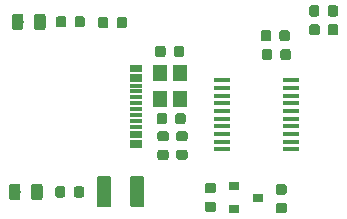
<source format=gbr>
G04 #@! TF.GenerationSoftware,KiCad,Pcbnew,(5.0.0)*
G04 #@! TF.CreationDate,2020-02-27T10:51:14+00:00*
G04 #@! TF.ProjectId,simpleJtag,73696D706C654A7461672E6B69636164,rev?*
G04 #@! TF.SameCoordinates,Original*
G04 #@! TF.FileFunction,Paste,Top*
G04 #@! TF.FilePolarity,Positive*
%FSLAX46Y46*%
G04 Gerber Fmt 4.6, Leading zero omitted, Abs format (unit mm)*
G04 Created by KiCad (PCBNEW (5.0.0)) date 02/27/20 10:51:14*
%MOMM*%
%LPD*%
G01*
G04 APERTURE LIST*
%ADD10R,1.050000X0.300000*%
%ADD11R,1.200000X1.400000*%
%ADD12C,0.100000*%
%ADD13C,1.250000*%
%ADD14R,1.450000X0.450000*%
%ADD15C,0.875000*%
%ADD16C,0.975000*%
%ADD17R,0.900000X0.800000*%
G04 APERTURE END LIST*
D10*
G04 #@! TO.C,P1*
X144750000Y-63995000D03*
X144750000Y-65620000D03*
X144750000Y-65320000D03*
X144750000Y-64820000D03*
X144750000Y-64520000D03*
X144750000Y-63520000D03*
X144750000Y-63020000D03*
X144750000Y-58920000D03*
X144750000Y-59220000D03*
X144750000Y-59720000D03*
X144750000Y-60520000D03*
X144750000Y-60020000D03*
X144750000Y-61020000D03*
X144750000Y-61520000D03*
X144750000Y-62020000D03*
X144750000Y-62520000D03*
G04 #@! TD*
D11*
G04 #@! TO.C,Y1*
X146769000Y-59425000D03*
X146769000Y-61625000D03*
X148469000Y-61625000D03*
X148469000Y-59425000D03*
G04 #@! TD*
D12*
G04 #@! TO.C,F1*
G36*
X145199504Y-68176204D02*
X145223773Y-68179804D01*
X145247571Y-68185765D01*
X145270671Y-68194030D01*
X145292849Y-68204520D01*
X145313893Y-68217133D01*
X145333598Y-68231747D01*
X145351777Y-68248223D01*
X145368253Y-68266402D01*
X145382867Y-68286107D01*
X145395480Y-68307151D01*
X145405970Y-68329329D01*
X145414235Y-68352429D01*
X145420196Y-68376227D01*
X145423796Y-68400496D01*
X145425000Y-68425000D01*
X145425000Y-70575000D01*
X145423796Y-70599504D01*
X145420196Y-70623773D01*
X145414235Y-70647571D01*
X145405970Y-70670671D01*
X145395480Y-70692849D01*
X145382867Y-70713893D01*
X145368253Y-70733598D01*
X145351777Y-70751777D01*
X145333598Y-70768253D01*
X145313893Y-70782867D01*
X145292849Y-70795480D01*
X145270671Y-70805970D01*
X145247571Y-70814235D01*
X145223773Y-70820196D01*
X145199504Y-70823796D01*
X145175000Y-70825000D01*
X144425000Y-70825000D01*
X144400496Y-70823796D01*
X144376227Y-70820196D01*
X144352429Y-70814235D01*
X144329329Y-70805970D01*
X144307151Y-70795480D01*
X144286107Y-70782867D01*
X144266402Y-70768253D01*
X144248223Y-70751777D01*
X144231747Y-70733598D01*
X144217133Y-70713893D01*
X144204520Y-70692849D01*
X144194030Y-70670671D01*
X144185765Y-70647571D01*
X144179804Y-70623773D01*
X144176204Y-70599504D01*
X144175000Y-70575000D01*
X144175000Y-68425000D01*
X144176204Y-68400496D01*
X144179804Y-68376227D01*
X144185765Y-68352429D01*
X144194030Y-68329329D01*
X144204520Y-68307151D01*
X144217133Y-68286107D01*
X144231747Y-68266402D01*
X144248223Y-68248223D01*
X144266402Y-68231747D01*
X144286107Y-68217133D01*
X144307151Y-68204520D01*
X144329329Y-68194030D01*
X144352429Y-68185765D01*
X144376227Y-68179804D01*
X144400496Y-68176204D01*
X144425000Y-68175000D01*
X145175000Y-68175000D01*
X145199504Y-68176204D01*
X145199504Y-68176204D01*
G37*
D13*
X144800000Y-69500000D03*
D12*
G36*
X142399504Y-68176204D02*
X142423773Y-68179804D01*
X142447571Y-68185765D01*
X142470671Y-68194030D01*
X142492849Y-68204520D01*
X142513893Y-68217133D01*
X142533598Y-68231747D01*
X142551777Y-68248223D01*
X142568253Y-68266402D01*
X142582867Y-68286107D01*
X142595480Y-68307151D01*
X142605970Y-68329329D01*
X142614235Y-68352429D01*
X142620196Y-68376227D01*
X142623796Y-68400496D01*
X142625000Y-68425000D01*
X142625000Y-70575000D01*
X142623796Y-70599504D01*
X142620196Y-70623773D01*
X142614235Y-70647571D01*
X142605970Y-70670671D01*
X142595480Y-70692849D01*
X142582867Y-70713893D01*
X142568253Y-70733598D01*
X142551777Y-70751777D01*
X142533598Y-70768253D01*
X142513893Y-70782867D01*
X142492849Y-70795480D01*
X142470671Y-70805970D01*
X142447571Y-70814235D01*
X142423773Y-70820196D01*
X142399504Y-70823796D01*
X142375000Y-70825000D01*
X141625000Y-70825000D01*
X141600496Y-70823796D01*
X141576227Y-70820196D01*
X141552429Y-70814235D01*
X141529329Y-70805970D01*
X141507151Y-70795480D01*
X141486107Y-70782867D01*
X141466402Y-70768253D01*
X141448223Y-70751777D01*
X141431747Y-70733598D01*
X141417133Y-70713893D01*
X141404520Y-70692849D01*
X141394030Y-70670671D01*
X141385765Y-70647571D01*
X141379804Y-70623773D01*
X141376204Y-70599504D01*
X141375000Y-70575000D01*
X141375000Y-68425000D01*
X141376204Y-68400496D01*
X141379804Y-68376227D01*
X141385765Y-68352429D01*
X141394030Y-68329329D01*
X141404520Y-68307151D01*
X141417133Y-68286107D01*
X141431747Y-68266402D01*
X141448223Y-68248223D01*
X141466402Y-68231747D01*
X141486107Y-68217133D01*
X141507151Y-68204520D01*
X141529329Y-68194030D01*
X141552429Y-68185765D01*
X141576227Y-68179804D01*
X141600496Y-68176204D01*
X141625000Y-68175000D01*
X142375000Y-68175000D01*
X142399504Y-68176204D01*
X142399504Y-68176204D01*
G37*
D13*
X142000000Y-69500000D03*
G04 #@! TD*
D14*
G04 #@! TO.C,U2*
X151969000Y-65925000D03*
X151969000Y-65275000D03*
X151969000Y-64625000D03*
X151969000Y-63975000D03*
X151969000Y-63325000D03*
X151969000Y-62675000D03*
X151969000Y-62025000D03*
X151969000Y-61375000D03*
X151969000Y-60725000D03*
X151969000Y-60075000D03*
X157869000Y-60075000D03*
X157869000Y-60725000D03*
X157869000Y-61375000D03*
X157869000Y-62025000D03*
X157869000Y-62675000D03*
X157869000Y-63325000D03*
X157869000Y-63975000D03*
X157869000Y-64625000D03*
X157869000Y-65275000D03*
X157869000Y-65925000D03*
G04 #@! TD*
D12*
G04 #@! TO.C,C1*
G36*
X157277691Y-70451053D02*
X157298926Y-70454203D01*
X157319750Y-70459419D01*
X157339962Y-70466651D01*
X157359368Y-70475830D01*
X157377781Y-70486866D01*
X157395024Y-70499654D01*
X157410930Y-70514070D01*
X157425346Y-70529976D01*
X157438134Y-70547219D01*
X157449170Y-70565632D01*
X157458349Y-70585038D01*
X157465581Y-70605250D01*
X157470797Y-70626074D01*
X157473947Y-70647309D01*
X157475000Y-70668750D01*
X157475000Y-71106250D01*
X157473947Y-71127691D01*
X157470797Y-71148926D01*
X157465581Y-71169750D01*
X157458349Y-71189962D01*
X157449170Y-71209368D01*
X157438134Y-71227781D01*
X157425346Y-71245024D01*
X157410930Y-71260930D01*
X157395024Y-71275346D01*
X157377781Y-71288134D01*
X157359368Y-71299170D01*
X157339962Y-71308349D01*
X157319750Y-71315581D01*
X157298926Y-71320797D01*
X157277691Y-71323947D01*
X157256250Y-71325000D01*
X156743750Y-71325000D01*
X156722309Y-71323947D01*
X156701074Y-71320797D01*
X156680250Y-71315581D01*
X156660038Y-71308349D01*
X156640632Y-71299170D01*
X156622219Y-71288134D01*
X156604976Y-71275346D01*
X156589070Y-71260930D01*
X156574654Y-71245024D01*
X156561866Y-71227781D01*
X156550830Y-71209368D01*
X156541651Y-71189962D01*
X156534419Y-71169750D01*
X156529203Y-71148926D01*
X156526053Y-71127691D01*
X156525000Y-71106250D01*
X156525000Y-70668750D01*
X156526053Y-70647309D01*
X156529203Y-70626074D01*
X156534419Y-70605250D01*
X156541651Y-70585038D01*
X156550830Y-70565632D01*
X156561866Y-70547219D01*
X156574654Y-70529976D01*
X156589070Y-70514070D01*
X156604976Y-70499654D01*
X156622219Y-70486866D01*
X156640632Y-70475830D01*
X156660038Y-70466651D01*
X156680250Y-70459419D01*
X156701074Y-70454203D01*
X156722309Y-70451053D01*
X156743750Y-70450000D01*
X157256250Y-70450000D01*
X157277691Y-70451053D01*
X157277691Y-70451053D01*
G37*
D15*
X157000000Y-70887500D03*
D12*
G36*
X157277691Y-68876053D02*
X157298926Y-68879203D01*
X157319750Y-68884419D01*
X157339962Y-68891651D01*
X157359368Y-68900830D01*
X157377781Y-68911866D01*
X157395024Y-68924654D01*
X157410930Y-68939070D01*
X157425346Y-68954976D01*
X157438134Y-68972219D01*
X157449170Y-68990632D01*
X157458349Y-69010038D01*
X157465581Y-69030250D01*
X157470797Y-69051074D01*
X157473947Y-69072309D01*
X157475000Y-69093750D01*
X157475000Y-69531250D01*
X157473947Y-69552691D01*
X157470797Y-69573926D01*
X157465581Y-69594750D01*
X157458349Y-69614962D01*
X157449170Y-69634368D01*
X157438134Y-69652781D01*
X157425346Y-69670024D01*
X157410930Y-69685930D01*
X157395024Y-69700346D01*
X157377781Y-69713134D01*
X157359368Y-69724170D01*
X157339962Y-69733349D01*
X157319750Y-69740581D01*
X157298926Y-69745797D01*
X157277691Y-69748947D01*
X157256250Y-69750000D01*
X156743750Y-69750000D01*
X156722309Y-69748947D01*
X156701074Y-69745797D01*
X156680250Y-69740581D01*
X156660038Y-69733349D01*
X156640632Y-69724170D01*
X156622219Y-69713134D01*
X156604976Y-69700346D01*
X156589070Y-69685930D01*
X156574654Y-69670024D01*
X156561866Y-69652781D01*
X156550830Y-69634368D01*
X156541651Y-69614962D01*
X156534419Y-69594750D01*
X156529203Y-69573926D01*
X156526053Y-69552691D01*
X156525000Y-69531250D01*
X156525000Y-69093750D01*
X156526053Y-69072309D01*
X156529203Y-69051074D01*
X156534419Y-69030250D01*
X156541651Y-69010038D01*
X156550830Y-68990632D01*
X156561866Y-68972219D01*
X156574654Y-68954976D01*
X156589070Y-68939070D01*
X156604976Y-68924654D01*
X156622219Y-68911866D01*
X156640632Y-68900830D01*
X156660038Y-68891651D01*
X156680250Y-68884419D01*
X156701074Y-68879203D01*
X156722309Y-68876053D01*
X156743750Y-68875000D01*
X157256250Y-68875000D01*
X157277691Y-68876053D01*
X157277691Y-68876053D01*
G37*
D15*
X157000000Y-69312500D03*
G04 #@! TD*
D12*
G04 #@! TO.C,C2*
G36*
X151277691Y-68776053D02*
X151298926Y-68779203D01*
X151319750Y-68784419D01*
X151339962Y-68791651D01*
X151359368Y-68800830D01*
X151377781Y-68811866D01*
X151395024Y-68824654D01*
X151410930Y-68839070D01*
X151425346Y-68854976D01*
X151438134Y-68872219D01*
X151449170Y-68890632D01*
X151458349Y-68910038D01*
X151465581Y-68930250D01*
X151470797Y-68951074D01*
X151473947Y-68972309D01*
X151475000Y-68993750D01*
X151475000Y-69431250D01*
X151473947Y-69452691D01*
X151470797Y-69473926D01*
X151465581Y-69494750D01*
X151458349Y-69514962D01*
X151449170Y-69534368D01*
X151438134Y-69552781D01*
X151425346Y-69570024D01*
X151410930Y-69585930D01*
X151395024Y-69600346D01*
X151377781Y-69613134D01*
X151359368Y-69624170D01*
X151339962Y-69633349D01*
X151319750Y-69640581D01*
X151298926Y-69645797D01*
X151277691Y-69648947D01*
X151256250Y-69650000D01*
X150743750Y-69650000D01*
X150722309Y-69648947D01*
X150701074Y-69645797D01*
X150680250Y-69640581D01*
X150660038Y-69633349D01*
X150640632Y-69624170D01*
X150622219Y-69613134D01*
X150604976Y-69600346D01*
X150589070Y-69585930D01*
X150574654Y-69570024D01*
X150561866Y-69552781D01*
X150550830Y-69534368D01*
X150541651Y-69514962D01*
X150534419Y-69494750D01*
X150529203Y-69473926D01*
X150526053Y-69452691D01*
X150525000Y-69431250D01*
X150525000Y-68993750D01*
X150526053Y-68972309D01*
X150529203Y-68951074D01*
X150534419Y-68930250D01*
X150541651Y-68910038D01*
X150550830Y-68890632D01*
X150561866Y-68872219D01*
X150574654Y-68854976D01*
X150589070Y-68839070D01*
X150604976Y-68824654D01*
X150622219Y-68811866D01*
X150640632Y-68800830D01*
X150660038Y-68791651D01*
X150680250Y-68784419D01*
X150701074Y-68779203D01*
X150722309Y-68776053D01*
X150743750Y-68775000D01*
X151256250Y-68775000D01*
X151277691Y-68776053D01*
X151277691Y-68776053D01*
G37*
D15*
X151000000Y-69212500D03*
D12*
G36*
X151277691Y-70351053D02*
X151298926Y-70354203D01*
X151319750Y-70359419D01*
X151339962Y-70366651D01*
X151359368Y-70375830D01*
X151377781Y-70386866D01*
X151395024Y-70399654D01*
X151410930Y-70414070D01*
X151425346Y-70429976D01*
X151438134Y-70447219D01*
X151449170Y-70465632D01*
X151458349Y-70485038D01*
X151465581Y-70505250D01*
X151470797Y-70526074D01*
X151473947Y-70547309D01*
X151475000Y-70568750D01*
X151475000Y-71006250D01*
X151473947Y-71027691D01*
X151470797Y-71048926D01*
X151465581Y-71069750D01*
X151458349Y-71089962D01*
X151449170Y-71109368D01*
X151438134Y-71127781D01*
X151425346Y-71145024D01*
X151410930Y-71160930D01*
X151395024Y-71175346D01*
X151377781Y-71188134D01*
X151359368Y-71199170D01*
X151339962Y-71208349D01*
X151319750Y-71215581D01*
X151298926Y-71220797D01*
X151277691Y-71223947D01*
X151256250Y-71225000D01*
X150743750Y-71225000D01*
X150722309Y-71223947D01*
X150701074Y-71220797D01*
X150680250Y-71215581D01*
X150660038Y-71208349D01*
X150640632Y-71199170D01*
X150622219Y-71188134D01*
X150604976Y-71175346D01*
X150589070Y-71160930D01*
X150574654Y-71145024D01*
X150561866Y-71127781D01*
X150550830Y-71109368D01*
X150541651Y-71089962D01*
X150534419Y-71069750D01*
X150529203Y-71048926D01*
X150526053Y-71027691D01*
X150525000Y-71006250D01*
X150525000Y-70568750D01*
X150526053Y-70547309D01*
X150529203Y-70526074D01*
X150534419Y-70505250D01*
X150541651Y-70485038D01*
X150550830Y-70465632D01*
X150561866Y-70447219D01*
X150574654Y-70429976D01*
X150589070Y-70414070D01*
X150604976Y-70399654D01*
X150622219Y-70386866D01*
X150640632Y-70375830D01*
X150660038Y-70366651D01*
X150680250Y-70359419D01*
X150701074Y-70354203D01*
X150722309Y-70351053D01*
X150743750Y-70350000D01*
X151256250Y-70350000D01*
X151277691Y-70351053D01*
X151277691Y-70351053D01*
G37*
D15*
X151000000Y-70787500D03*
G04 #@! TD*
D12*
G04 #@! TO.C,C3*
G36*
X147277691Y-65951053D02*
X147298926Y-65954203D01*
X147319750Y-65959419D01*
X147339962Y-65966651D01*
X147359368Y-65975830D01*
X147377781Y-65986866D01*
X147395024Y-65999654D01*
X147410930Y-66014070D01*
X147425346Y-66029976D01*
X147438134Y-66047219D01*
X147449170Y-66065632D01*
X147458349Y-66085038D01*
X147465581Y-66105250D01*
X147470797Y-66126074D01*
X147473947Y-66147309D01*
X147475000Y-66168750D01*
X147475000Y-66606250D01*
X147473947Y-66627691D01*
X147470797Y-66648926D01*
X147465581Y-66669750D01*
X147458349Y-66689962D01*
X147449170Y-66709368D01*
X147438134Y-66727781D01*
X147425346Y-66745024D01*
X147410930Y-66760930D01*
X147395024Y-66775346D01*
X147377781Y-66788134D01*
X147359368Y-66799170D01*
X147339962Y-66808349D01*
X147319750Y-66815581D01*
X147298926Y-66820797D01*
X147277691Y-66823947D01*
X147256250Y-66825000D01*
X146743750Y-66825000D01*
X146722309Y-66823947D01*
X146701074Y-66820797D01*
X146680250Y-66815581D01*
X146660038Y-66808349D01*
X146640632Y-66799170D01*
X146622219Y-66788134D01*
X146604976Y-66775346D01*
X146589070Y-66760930D01*
X146574654Y-66745024D01*
X146561866Y-66727781D01*
X146550830Y-66709368D01*
X146541651Y-66689962D01*
X146534419Y-66669750D01*
X146529203Y-66648926D01*
X146526053Y-66627691D01*
X146525000Y-66606250D01*
X146525000Y-66168750D01*
X146526053Y-66147309D01*
X146529203Y-66126074D01*
X146534419Y-66105250D01*
X146541651Y-66085038D01*
X146550830Y-66065632D01*
X146561866Y-66047219D01*
X146574654Y-66029976D01*
X146589070Y-66014070D01*
X146604976Y-65999654D01*
X146622219Y-65986866D01*
X146640632Y-65975830D01*
X146660038Y-65966651D01*
X146680250Y-65959419D01*
X146701074Y-65954203D01*
X146722309Y-65951053D01*
X146743750Y-65950000D01*
X147256250Y-65950000D01*
X147277691Y-65951053D01*
X147277691Y-65951053D01*
G37*
D15*
X147000000Y-66387500D03*
D12*
G36*
X147277691Y-64376053D02*
X147298926Y-64379203D01*
X147319750Y-64384419D01*
X147339962Y-64391651D01*
X147359368Y-64400830D01*
X147377781Y-64411866D01*
X147395024Y-64424654D01*
X147410930Y-64439070D01*
X147425346Y-64454976D01*
X147438134Y-64472219D01*
X147449170Y-64490632D01*
X147458349Y-64510038D01*
X147465581Y-64530250D01*
X147470797Y-64551074D01*
X147473947Y-64572309D01*
X147475000Y-64593750D01*
X147475000Y-65031250D01*
X147473947Y-65052691D01*
X147470797Y-65073926D01*
X147465581Y-65094750D01*
X147458349Y-65114962D01*
X147449170Y-65134368D01*
X147438134Y-65152781D01*
X147425346Y-65170024D01*
X147410930Y-65185930D01*
X147395024Y-65200346D01*
X147377781Y-65213134D01*
X147359368Y-65224170D01*
X147339962Y-65233349D01*
X147319750Y-65240581D01*
X147298926Y-65245797D01*
X147277691Y-65248947D01*
X147256250Y-65250000D01*
X146743750Y-65250000D01*
X146722309Y-65248947D01*
X146701074Y-65245797D01*
X146680250Y-65240581D01*
X146660038Y-65233349D01*
X146640632Y-65224170D01*
X146622219Y-65213134D01*
X146604976Y-65200346D01*
X146589070Y-65185930D01*
X146574654Y-65170024D01*
X146561866Y-65152781D01*
X146550830Y-65134368D01*
X146541651Y-65114962D01*
X146534419Y-65094750D01*
X146529203Y-65073926D01*
X146526053Y-65052691D01*
X146525000Y-65031250D01*
X146525000Y-64593750D01*
X146526053Y-64572309D01*
X146529203Y-64551074D01*
X146534419Y-64530250D01*
X146541651Y-64510038D01*
X146550830Y-64490632D01*
X146561866Y-64472219D01*
X146574654Y-64454976D01*
X146589070Y-64439070D01*
X146604976Y-64424654D01*
X146622219Y-64411866D01*
X146640632Y-64400830D01*
X146660038Y-64391651D01*
X146680250Y-64384419D01*
X146701074Y-64379203D01*
X146722309Y-64376053D01*
X146743750Y-64375000D01*
X147256250Y-64375000D01*
X147277691Y-64376053D01*
X147277691Y-64376053D01*
G37*
D15*
X147000000Y-64812500D03*
G04 #@! TD*
D12*
G04 #@! TO.C,C4*
G36*
X148877691Y-64363553D02*
X148898926Y-64366703D01*
X148919750Y-64371919D01*
X148939962Y-64379151D01*
X148959368Y-64388330D01*
X148977781Y-64399366D01*
X148995024Y-64412154D01*
X149010930Y-64426570D01*
X149025346Y-64442476D01*
X149038134Y-64459719D01*
X149049170Y-64478132D01*
X149058349Y-64497538D01*
X149065581Y-64517750D01*
X149070797Y-64538574D01*
X149073947Y-64559809D01*
X149075000Y-64581250D01*
X149075000Y-65018750D01*
X149073947Y-65040191D01*
X149070797Y-65061426D01*
X149065581Y-65082250D01*
X149058349Y-65102462D01*
X149049170Y-65121868D01*
X149038134Y-65140281D01*
X149025346Y-65157524D01*
X149010930Y-65173430D01*
X148995024Y-65187846D01*
X148977781Y-65200634D01*
X148959368Y-65211670D01*
X148939962Y-65220849D01*
X148919750Y-65228081D01*
X148898926Y-65233297D01*
X148877691Y-65236447D01*
X148856250Y-65237500D01*
X148343750Y-65237500D01*
X148322309Y-65236447D01*
X148301074Y-65233297D01*
X148280250Y-65228081D01*
X148260038Y-65220849D01*
X148240632Y-65211670D01*
X148222219Y-65200634D01*
X148204976Y-65187846D01*
X148189070Y-65173430D01*
X148174654Y-65157524D01*
X148161866Y-65140281D01*
X148150830Y-65121868D01*
X148141651Y-65102462D01*
X148134419Y-65082250D01*
X148129203Y-65061426D01*
X148126053Y-65040191D01*
X148125000Y-65018750D01*
X148125000Y-64581250D01*
X148126053Y-64559809D01*
X148129203Y-64538574D01*
X148134419Y-64517750D01*
X148141651Y-64497538D01*
X148150830Y-64478132D01*
X148161866Y-64459719D01*
X148174654Y-64442476D01*
X148189070Y-64426570D01*
X148204976Y-64412154D01*
X148222219Y-64399366D01*
X148240632Y-64388330D01*
X148260038Y-64379151D01*
X148280250Y-64371919D01*
X148301074Y-64366703D01*
X148322309Y-64363553D01*
X148343750Y-64362500D01*
X148856250Y-64362500D01*
X148877691Y-64363553D01*
X148877691Y-64363553D01*
G37*
D15*
X148600000Y-64800000D03*
D12*
G36*
X148877691Y-65938553D02*
X148898926Y-65941703D01*
X148919750Y-65946919D01*
X148939962Y-65954151D01*
X148959368Y-65963330D01*
X148977781Y-65974366D01*
X148995024Y-65987154D01*
X149010930Y-66001570D01*
X149025346Y-66017476D01*
X149038134Y-66034719D01*
X149049170Y-66053132D01*
X149058349Y-66072538D01*
X149065581Y-66092750D01*
X149070797Y-66113574D01*
X149073947Y-66134809D01*
X149075000Y-66156250D01*
X149075000Y-66593750D01*
X149073947Y-66615191D01*
X149070797Y-66636426D01*
X149065581Y-66657250D01*
X149058349Y-66677462D01*
X149049170Y-66696868D01*
X149038134Y-66715281D01*
X149025346Y-66732524D01*
X149010930Y-66748430D01*
X148995024Y-66762846D01*
X148977781Y-66775634D01*
X148959368Y-66786670D01*
X148939962Y-66795849D01*
X148919750Y-66803081D01*
X148898926Y-66808297D01*
X148877691Y-66811447D01*
X148856250Y-66812500D01*
X148343750Y-66812500D01*
X148322309Y-66811447D01*
X148301074Y-66808297D01*
X148280250Y-66803081D01*
X148260038Y-66795849D01*
X148240632Y-66786670D01*
X148222219Y-66775634D01*
X148204976Y-66762846D01*
X148189070Y-66748430D01*
X148174654Y-66732524D01*
X148161866Y-66715281D01*
X148150830Y-66696868D01*
X148141651Y-66677462D01*
X148134419Y-66657250D01*
X148129203Y-66636426D01*
X148126053Y-66615191D01*
X148125000Y-66593750D01*
X148125000Y-66156250D01*
X148126053Y-66134809D01*
X148129203Y-66113574D01*
X148134419Y-66092750D01*
X148141651Y-66072538D01*
X148150830Y-66053132D01*
X148161866Y-66034719D01*
X148174654Y-66017476D01*
X148189070Y-66001570D01*
X148204976Y-65987154D01*
X148222219Y-65974366D01*
X148240632Y-65963330D01*
X148260038Y-65954151D01*
X148280250Y-65946919D01*
X148301074Y-65941703D01*
X148322309Y-65938553D01*
X148343750Y-65937500D01*
X148856250Y-65937500D01*
X148877691Y-65938553D01*
X148877691Y-65938553D01*
G37*
D15*
X148600000Y-66375000D03*
G04 #@! TD*
D12*
G04 #@! TO.C,C5*
G36*
X161615191Y-53726053D02*
X161636426Y-53729203D01*
X161657250Y-53734419D01*
X161677462Y-53741651D01*
X161696868Y-53750830D01*
X161715281Y-53761866D01*
X161732524Y-53774654D01*
X161748430Y-53789070D01*
X161762846Y-53804976D01*
X161775634Y-53822219D01*
X161786670Y-53840632D01*
X161795849Y-53860038D01*
X161803081Y-53880250D01*
X161808297Y-53901074D01*
X161811447Y-53922309D01*
X161812500Y-53943750D01*
X161812500Y-54456250D01*
X161811447Y-54477691D01*
X161808297Y-54498926D01*
X161803081Y-54519750D01*
X161795849Y-54539962D01*
X161786670Y-54559368D01*
X161775634Y-54577781D01*
X161762846Y-54595024D01*
X161748430Y-54610930D01*
X161732524Y-54625346D01*
X161715281Y-54638134D01*
X161696868Y-54649170D01*
X161677462Y-54658349D01*
X161657250Y-54665581D01*
X161636426Y-54670797D01*
X161615191Y-54673947D01*
X161593750Y-54675000D01*
X161156250Y-54675000D01*
X161134809Y-54673947D01*
X161113574Y-54670797D01*
X161092750Y-54665581D01*
X161072538Y-54658349D01*
X161053132Y-54649170D01*
X161034719Y-54638134D01*
X161017476Y-54625346D01*
X161001570Y-54610930D01*
X160987154Y-54595024D01*
X160974366Y-54577781D01*
X160963330Y-54559368D01*
X160954151Y-54539962D01*
X160946919Y-54519750D01*
X160941703Y-54498926D01*
X160938553Y-54477691D01*
X160937500Y-54456250D01*
X160937500Y-53943750D01*
X160938553Y-53922309D01*
X160941703Y-53901074D01*
X160946919Y-53880250D01*
X160954151Y-53860038D01*
X160963330Y-53840632D01*
X160974366Y-53822219D01*
X160987154Y-53804976D01*
X161001570Y-53789070D01*
X161017476Y-53774654D01*
X161034719Y-53761866D01*
X161053132Y-53750830D01*
X161072538Y-53741651D01*
X161092750Y-53734419D01*
X161113574Y-53729203D01*
X161134809Y-53726053D01*
X161156250Y-53725000D01*
X161593750Y-53725000D01*
X161615191Y-53726053D01*
X161615191Y-53726053D01*
G37*
D15*
X161375000Y-54200000D03*
D12*
G36*
X160040191Y-53726053D02*
X160061426Y-53729203D01*
X160082250Y-53734419D01*
X160102462Y-53741651D01*
X160121868Y-53750830D01*
X160140281Y-53761866D01*
X160157524Y-53774654D01*
X160173430Y-53789070D01*
X160187846Y-53804976D01*
X160200634Y-53822219D01*
X160211670Y-53840632D01*
X160220849Y-53860038D01*
X160228081Y-53880250D01*
X160233297Y-53901074D01*
X160236447Y-53922309D01*
X160237500Y-53943750D01*
X160237500Y-54456250D01*
X160236447Y-54477691D01*
X160233297Y-54498926D01*
X160228081Y-54519750D01*
X160220849Y-54539962D01*
X160211670Y-54559368D01*
X160200634Y-54577781D01*
X160187846Y-54595024D01*
X160173430Y-54610930D01*
X160157524Y-54625346D01*
X160140281Y-54638134D01*
X160121868Y-54649170D01*
X160102462Y-54658349D01*
X160082250Y-54665581D01*
X160061426Y-54670797D01*
X160040191Y-54673947D01*
X160018750Y-54675000D01*
X159581250Y-54675000D01*
X159559809Y-54673947D01*
X159538574Y-54670797D01*
X159517750Y-54665581D01*
X159497538Y-54658349D01*
X159478132Y-54649170D01*
X159459719Y-54638134D01*
X159442476Y-54625346D01*
X159426570Y-54610930D01*
X159412154Y-54595024D01*
X159399366Y-54577781D01*
X159388330Y-54559368D01*
X159379151Y-54539962D01*
X159371919Y-54519750D01*
X159366703Y-54498926D01*
X159363553Y-54477691D01*
X159362500Y-54456250D01*
X159362500Y-53943750D01*
X159363553Y-53922309D01*
X159366703Y-53901074D01*
X159371919Y-53880250D01*
X159379151Y-53860038D01*
X159388330Y-53840632D01*
X159399366Y-53822219D01*
X159412154Y-53804976D01*
X159426570Y-53789070D01*
X159442476Y-53774654D01*
X159459719Y-53761866D01*
X159478132Y-53750830D01*
X159497538Y-53741651D01*
X159517750Y-53734419D01*
X159538574Y-53729203D01*
X159559809Y-53726053D01*
X159581250Y-53725000D01*
X160018750Y-53725000D01*
X160040191Y-53726053D01*
X160040191Y-53726053D01*
G37*
D15*
X159800000Y-54200000D03*
G04 #@! TD*
D12*
G04 #@! TO.C,C6*
G36*
X161627691Y-55326053D02*
X161648926Y-55329203D01*
X161669750Y-55334419D01*
X161689962Y-55341651D01*
X161709368Y-55350830D01*
X161727781Y-55361866D01*
X161745024Y-55374654D01*
X161760930Y-55389070D01*
X161775346Y-55404976D01*
X161788134Y-55422219D01*
X161799170Y-55440632D01*
X161808349Y-55460038D01*
X161815581Y-55480250D01*
X161820797Y-55501074D01*
X161823947Y-55522309D01*
X161825000Y-55543750D01*
X161825000Y-56056250D01*
X161823947Y-56077691D01*
X161820797Y-56098926D01*
X161815581Y-56119750D01*
X161808349Y-56139962D01*
X161799170Y-56159368D01*
X161788134Y-56177781D01*
X161775346Y-56195024D01*
X161760930Y-56210930D01*
X161745024Y-56225346D01*
X161727781Y-56238134D01*
X161709368Y-56249170D01*
X161689962Y-56258349D01*
X161669750Y-56265581D01*
X161648926Y-56270797D01*
X161627691Y-56273947D01*
X161606250Y-56275000D01*
X161168750Y-56275000D01*
X161147309Y-56273947D01*
X161126074Y-56270797D01*
X161105250Y-56265581D01*
X161085038Y-56258349D01*
X161065632Y-56249170D01*
X161047219Y-56238134D01*
X161029976Y-56225346D01*
X161014070Y-56210930D01*
X160999654Y-56195024D01*
X160986866Y-56177781D01*
X160975830Y-56159368D01*
X160966651Y-56139962D01*
X160959419Y-56119750D01*
X160954203Y-56098926D01*
X160951053Y-56077691D01*
X160950000Y-56056250D01*
X160950000Y-55543750D01*
X160951053Y-55522309D01*
X160954203Y-55501074D01*
X160959419Y-55480250D01*
X160966651Y-55460038D01*
X160975830Y-55440632D01*
X160986866Y-55422219D01*
X160999654Y-55404976D01*
X161014070Y-55389070D01*
X161029976Y-55374654D01*
X161047219Y-55361866D01*
X161065632Y-55350830D01*
X161085038Y-55341651D01*
X161105250Y-55334419D01*
X161126074Y-55329203D01*
X161147309Y-55326053D01*
X161168750Y-55325000D01*
X161606250Y-55325000D01*
X161627691Y-55326053D01*
X161627691Y-55326053D01*
G37*
D15*
X161387500Y-55800000D03*
D12*
G36*
X160052691Y-55326053D02*
X160073926Y-55329203D01*
X160094750Y-55334419D01*
X160114962Y-55341651D01*
X160134368Y-55350830D01*
X160152781Y-55361866D01*
X160170024Y-55374654D01*
X160185930Y-55389070D01*
X160200346Y-55404976D01*
X160213134Y-55422219D01*
X160224170Y-55440632D01*
X160233349Y-55460038D01*
X160240581Y-55480250D01*
X160245797Y-55501074D01*
X160248947Y-55522309D01*
X160250000Y-55543750D01*
X160250000Y-56056250D01*
X160248947Y-56077691D01*
X160245797Y-56098926D01*
X160240581Y-56119750D01*
X160233349Y-56139962D01*
X160224170Y-56159368D01*
X160213134Y-56177781D01*
X160200346Y-56195024D01*
X160185930Y-56210930D01*
X160170024Y-56225346D01*
X160152781Y-56238134D01*
X160134368Y-56249170D01*
X160114962Y-56258349D01*
X160094750Y-56265581D01*
X160073926Y-56270797D01*
X160052691Y-56273947D01*
X160031250Y-56275000D01*
X159593750Y-56275000D01*
X159572309Y-56273947D01*
X159551074Y-56270797D01*
X159530250Y-56265581D01*
X159510038Y-56258349D01*
X159490632Y-56249170D01*
X159472219Y-56238134D01*
X159454976Y-56225346D01*
X159439070Y-56210930D01*
X159424654Y-56195024D01*
X159411866Y-56177781D01*
X159400830Y-56159368D01*
X159391651Y-56139962D01*
X159384419Y-56119750D01*
X159379203Y-56098926D01*
X159376053Y-56077691D01*
X159375000Y-56056250D01*
X159375000Y-55543750D01*
X159376053Y-55522309D01*
X159379203Y-55501074D01*
X159384419Y-55480250D01*
X159391651Y-55460038D01*
X159400830Y-55440632D01*
X159411866Y-55422219D01*
X159424654Y-55404976D01*
X159439070Y-55389070D01*
X159454976Y-55374654D01*
X159472219Y-55361866D01*
X159490632Y-55350830D01*
X159510038Y-55341651D01*
X159530250Y-55334419D01*
X159551074Y-55329203D01*
X159572309Y-55326053D01*
X159593750Y-55325000D01*
X160031250Y-55325000D01*
X160052691Y-55326053D01*
X160052691Y-55326053D01*
G37*
D15*
X159812500Y-55800000D03*
G04 #@! TD*
D12*
G04 #@! TO.C,C7*
G36*
X157527691Y-55826053D02*
X157548926Y-55829203D01*
X157569750Y-55834419D01*
X157589962Y-55841651D01*
X157609368Y-55850830D01*
X157627781Y-55861866D01*
X157645024Y-55874654D01*
X157660930Y-55889070D01*
X157675346Y-55904976D01*
X157688134Y-55922219D01*
X157699170Y-55940632D01*
X157708349Y-55960038D01*
X157715581Y-55980250D01*
X157720797Y-56001074D01*
X157723947Y-56022309D01*
X157725000Y-56043750D01*
X157725000Y-56556250D01*
X157723947Y-56577691D01*
X157720797Y-56598926D01*
X157715581Y-56619750D01*
X157708349Y-56639962D01*
X157699170Y-56659368D01*
X157688134Y-56677781D01*
X157675346Y-56695024D01*
X157660930Y-56710930D01*
X157645024Y-56725346D01*
X157627781Y-56738134D01*
X157609368Y-56749170D01*
X157589962Y-56758349D01*
X157569750Y-56765581D01*
X157548926Y-56770797D01*
X157527691Y-56773947D01*
X157506250Y-56775000D01*
X157068750Y-56775000D01*
X157047309Y-56773947D01*
X157026074Y-56770797D01*
X157005250Y-56765581D01*
X156985038Y-56758349D01*
X156965632Y-56749170D01*
X156947219Y-56738134D01*
X156929976Y-56725346D01*
X156914070Y-56710930D01*
X156899654Y-56695024D01*
X156886866Y-56677781D01*
X156875830Y-56659368D01*
X156866651Y-56639962D01*
X156859419Y-56619750D01*
X156854203Y-56598926D01*
X156851053Y-56577691D01*
X156850000Y-56556250D01*
X156850000Y-56043750D01*
X156851053Y-56022309D01*
X156854203Y-56001074D01*
X156859419Y-55980250D01*
X156866651Y-55960038D01*
X156875830Y-55940632D01*
X156886866Y-55922219D01*
X156899654Y-55904976D01*
X156914070Y-55889070D01*
X156929976Y-55874654D01*
X156947219Y-55861866D01*
X156965632Y-55850830D01*
X156985038Y-55841651D01*
X157005250Y-55834419D01*
X157026074Y-55829203D01*
X157047309Y-55826053D01*
X157068750Y-55825000D01*
X157506250Y-55825000D01*
X157527691Y-55826053D01*
X157527691Y-55826053D01*
G37*
D15*
X157287500Y-56300000D03*
D12*
G36*
X155952691Y-55826053D02*
X155973926Y-55829203D01*
X155994750Y-55834419D01*
X156014962Y-55841651D01*
X156034368Y-55850830D01*
X156052781Y-55861866D01*
X156070024Y-55874654D01*
X156085930Y-55889070D01*
X156100346Y-55904976D01*
X156113134Y-55922219D01*
X156124170Y-55940632D01*
X156133349Y-55960038D01*
X156140581Y-55980250D01*
X156145797Y-56001074D01*
X156148947Y-56022309D01*
X156150000Y-56043750D01*
X156150000Y-56556250D01*
X156148947Y-56577691D01*
X156145797Y-56598926D01*
X156140581Y-56619750D01*
X156133349Y-56639962D01*
X156124170Y-56659368D01*
X156113134Y-56677781D01*
X156100346Y-56695024D01*
X156085930Y-56710930D01*
X156070024Y-56725346D01*
X156052781Y-56738134D01*
X156034368Y-56749170D01*
X156014962Y-56758349D01*
X155994750Y-56765581D01*
X155973926Y-56770797D01*
X155952691Y-56773947D01*
X155931250Y-56775000D01*
X155493750Y-56775000D01*
X155472309Y-56773947D01*
X155451074Y-56770797D01*
X155430250Y-56765581D01*
X155410038Y-56758349D01*
X155390632Y-56749170D01*
X155372219Y-56738134D01*
X155354976Y-56725346D01*
X155339070Y-56710930D01*
X155324654Y-56695024D01*
X155311866Y-56677781D01*
X155300830Y-56659368D01*
X155291651Y-56639962D01*
X155284419Y-56619750D01*
X155279203Y-56598926D01*
X155276053Y-56577691D01*
X155275000Y-56556250D01*
X155275000Y-56043750D01*
X155276053Y-56022309D01*
X155279203Y-56001074D01*
X155284419Y-55980250D01*
X155291651Y-55960038D01*
X155300830Y-55940632D01*
X155311866Y-55922219D01*
X155324654Y-55904976D01*
X155339070Y-55889070D01*
X155354976Y-55874654D01*
X155372219Y-55861866D01*
X155390632Y-55850830D01*
X155410038Y-55841651D01*
X155430250Y-55834419D01*
X155451074Y-55829203D01*
X155472309Y-55826053D01*
X155493750Y-55825000D01*
X155931250Y-55825000D01*
X155952691Y-55826053D01*
X155952691Y-55826053D01*
G37*
D15*
X155712500Y-56300000D03*
G04 #@! TD*
D12*
G04 #@! TO.C,D1*
G36*
X136836642Y-54426174D02*
X136860303Y-54429684D01*
X136883507Y-54435496D01*
X136906029Y-54443554D01*
X136927653Y-54453782D01*
X136948170Y-54466079D01*
X136967383Y-54480329D01*
X136985107Y-54496393D01*
X137001171Y-54514117D01*
X137015421Y-54533330D01*
X137027718Y-54553847D01*
X137037946Y-54575471D01*
X137046004Y-54597993D01*
X137051816Y-54621197D01*
X137055326Y-54644858D01*
X137056500Y-54668750D01*
X137056500Y-55581250D01*
X137055326Y-55605142D01*
X137051816Y-55628803D01*
X137046004Y-55652007D01*
X137037946Y-55674529D01*
X137027718Y-55696153D01*
X137015421Y-55716670D01*
X137001171Y-55735883D01*
X136985107Y-55753607D01*
X136967383Y-55769671D01*
X136948170Y-55783921D01*
X136927653Y-55796218D01*
X136906029Y-55806446D01*
X136883507Y-55814504D01*
X136860303Y-55820316D01*
X136836642Y-55823826D01*
X136812750Y-55825000D01*
X136325250Y-55825000D01*
X136301358Y-55823826D01*
X136277697Y-55820316D01*
X136254493Y-55814504D01*
X136231971Y-55806446D01*
X136210347Y-55796218D01*
X136189830Y-55783921D01*
X136170617Y-55769671D01*
X136152893Y-55753607D01*
X136136829Y-55735883D01*
X136122579Y-55716670D01*
X136110282Y-55696153D01*
X136100054Y-55674529D01*
X136091996Y-55652007D01*
X136086184Y-55628803D01*
X136082674Y-55605142D01*
X136081500Y-55581250D01*
X136081500Y-54668750D01*
X136082674Y-54644858D01*
X136086184Y-54621197D01*
X136091996Y-54597993D01*
X136100054Y-54575471D01*
X136110282Y-54553847D01*
X136122579Y-54533330D01*
X136136829Y-54514117D01*
X136152893Y-54496393D01*
X136170617Y-54480329D01*
X136189830Y-54466079D01*
X136210347Y-54453782D01*
X136231971Y-54443554D01*
X136254493Y-54435496D01*
X136277697Y-54429684D01*
X136301358Y-54426174D01*
X136325250Y-54425000D01*
X136812750Y-54425000D01*
X136836642Y-54426174D01*
X136836642Y-54426174D01*
G37*
D16*
X136569000Y-55125000D03*
D12*
G36*
X134961642Y-54426174D02*
X134985303Y-54429684D01*
X135008507Y-54435496D01*
X135031029Y-54443554D01*
X135052653Y-54453782D01*
X135073170Y-54466079D01*
X135092383Y-54480329D01*
X135110107Y-54496393D01*
X135126171Y-54514117D01*
X135140421Y-54533330D01*
X135152718Y-54553847D01*
X135162946Y-54575471D01*
X135171004Y-54597993D01*
X135176816Y-54621197D01*
X135180326Y-54644858D01*
X135181500Y-54668750D01*
X135181500Y-55581250D01*
X135180326Y-55605142D01*
X135176816Y-55628803D01*
X135171004Y-55652007D01*
X135162946Y-55674529D01*
X135152718Y-55696153D01*
X135140421Y-55716670D01*
X135126171Y-55735883D01*
X135110107Y-55753607D01*
X135092383Y-55769671D01*
X135073170Y-55783921D01*
X135052653Y-55796218D01*
X135031029Y-55806446D01*
X135008507Y-55814504D01*
X134985303Y-55820316D01*
X134961642Y-55823826D01*
X134937750Y-55825000D01*
X134450250Y-55825000D01*
X134426358Y-55823826D01*
X134402697Y-55820316D01*
X134379493Y-55814504D01*
X134356971Y-55806446D01*
X134335347Y-55796218D01*
X134314830Y-55783921D01*
X134295617Y-55769671D01*
X134277893Y-55753607D01*
X134261829Y-55735883D01*
X134247579Y-55716670D01*
X134235282Y-55696153D01*
X134225054Y-55674529D01*
X134216996Y-55652007D01*
X134211184Y-55628803D01*
X134207674Y-55605142D01*
X134206500Y-55581250D01*
X134206500Y-54668750D01*
X134207674Y-54644858D01*
X134211184Y-54621197D01*
X134216996Y-54597993D01*
X134225054Y-54575471D01*
X134235282Y-54553847D01*
X134247579Y-54533330D01*
X134261829Y-54514117D01*
X134277893Y-54496393D01*
X134295617Y-54480329D01*
X134314830Y-54466079D01*
X134335347Y-54453782D01*
X134356971Y-54443554D01*
X134379493Y-54435496D01*
X134402697Y-54429684D01*
X134426358Y-54426174D01*
X134450250Y-54425000D01*
X134937750Y-54425000D01*
X134961642Y-54426174D01*
X134961642Y-54426174D01*
G37*
D16*
X134694000Y-55125000D03*
G04 #@! TD*
D12*
G04 #@! TO.C,D2*
G36*
X134699142Y-68826174D02*
X134722803Y-68829684D01*
X134746007Y-68835496D01*
X134768529Y-68843554D01*
X134790153Y-68853782D01*
X134810670Y-68866079D01*
X134829883Y-68880329D01*
X134847607Y-68896393D01*
X134863671Y-68914117D01*
X134877921Y-68933330D01*
X134890218Y-68953847D01*
X134900446Y-68975471D01*
X134908504Y-68997993D01*
X134914316Y-69021197D01*
X134917826Y-69044858D01*
X134919000Y-69068750D01*
X134919000Y-69981250D01*
X134917826Y-70005142D01*
X134914316Y-70028803D01*
X134908504Y-70052007D01*
X134900446Y-70074529D01*
X134890218Y-70096153D01*
X134877921Y-70116670D01*
X134863671Y-70135883D01*
X134847607Y-70153607D01*
X134829883Y-70169671D01*
X134810670Y-70183921D01*
X134790153Y-70196218D01*
X134768529Y-70206446D01*
X134746007Y-70214504D01*
X134722803Y-70220316D01*
X134699142Y-70223826D01*
X134675250Y-70225000D01*
X134187750Y-70225000D01*
X134163858Y-70223826D01*
X134140197Y-70220316D01*
X134116993Y-70214504D01*
X134094471Y-70206446D01*
X134072847Y-70196218D01*
X134052330Y-70183921D01*
X134033117Y-70169671D01*
X134015393Y-70153607D01*
X133999329Y-70135883D01*
X133985079Y-70116670D01*
X133972782Y-70096153D01*
X133962554Y-70074529D01*
X133954496Y-70052007D01*
X133948684Y-70028803D01*
X133945174Y-70005142D01*
X133944000Y-69981250D01*
X133944000Y-69068750D01*
X133945174Y-69044858D01*
X133948684Y-69021197D01*
X133954496Y-68997993D01*
X133962554Y-68975471D01*
X133972782Y-68953847D01*
X133985079Y-68933330D01*
X133999329Y-68914117D01*
X134015393Y-68896393D01*
X134033117Y-68880329D01*
X134052330Y-68866079D01*
X134072847Y-68853782D01*
X134094471Y-68843554D01*
X134116993Y-68835496D01*
X134140197Y-68829684D01*
X134163858Y-68826174D01*
X134187750Y-68825000D01*
X134675250Y-68825000D01*
X134699142Y-68826174D01*
X134699142Y-68826174D01*
G37*
D16*
X134431500Y-69525000D03*
D12*
G36*
X136574142Y-68826174D02*
X136597803Y-68829684D01*
X136621007Y-68835496D01*
X136643529Y-68843554D01*
X136665153Y-68853782D01*
X136685670Y-68866079D01*
X136704883Y-68880329D01*
X136722607Y-68896393D01*
X136738671Y-68914117D01*
X136752921Y-68933330D01*
X136765218Y-68953847D01*
X136775446Y-68975471D01*
X136783504Y-68997993D01*
X136789316Y-69021197D01*
X136792826Y-69044858D01*
X136794000Y-69068750D01*
X136794000Y-69981250D01*
X136792826Y-70005142D01*
X136789316Y-70028803D01*
X136783504Y-70052007D01*
X136775446Y-70074529D01*
X136765218Y-70096153D01*
X136752921Y-70116670D01*
X136738671Y-70135883D01*
X136722607Y-70153607D01*
X136704883Y-70169671D01*
X136685670Y-70183921D01*
X136665153Y-70196218D01*
X136643529Y-70206446D01*
X136621007Y-70214504D01*
X136597803Y-70220316D01*
X136574142Y-70223826D01*
X136550250Y-70225000D01*
X136062750Y-70225000D01*
X136038858Y-70223826D01*
X136015197Y-70220316D01*
X135991993Y-70214504D01*
X135969471Y-70206446D01*
X135947847Y-70196218D01*
X135927330Y-70183921D01*
X135908117Y-70169671D01*
X135890393Y-70153607D01*
X135874329Y-70135883D01*
X135860079Y-70116670D01*
X135847782Y-70096153D01*
X135837554Y-70074529D01*
X135829496Y-70052007D01*
X135823684Y-70028803D01*
X135820174Y-70005142D01*
X135819000Y-69981250D01*
X135819000Y-69068750D01*
X135820174Y-69044858D01*
X135823684Y-69021197D01*
X135829496Y-68997993D01*
X135837554Y-68975471D01*
X135847782Y-68953847D01*
X135860079Y-68933330D01*
X135874329Y-68914117D01*
X135890393Y-68896393D01*
X135908117Y-68880329D01*
X135927330Y-68866079D01*
X135947847Y-68853782D01*
X135969471Y-68843554D01*
X135991993Y-68835496D01*
X136015197Y-68829684D01*
X136038858Y-68826174D01*
X136062750Y-68825000D01*
X136550250Y-68825000D01*
X136574142Y-68826174D01*
X136574142Y-68826174D01*
G37*
D16*
X136306500Y-69525000D03*
G04 #@! TD*
D12*
G04 #@! TO.C,R1*
G36*
X143740191Y-54726053D02*
X143761426Y-54729203D01*
X143782250Y-54734419D01*
X143802462Y-54741651D01*
X143821868Y-54750830D01*
X143840281Y-54761866D01*
X143857524Y-54774654D01*
X143873430Y-54789070D01*
X143887846Y-54804976D01*
X143900634Y-54822219D01*
X143911670Y-54840632D01*
X143920849Y-54860038D01*
X143928081Y-54880250D01*
X143933297Y-54901074D01*
X143936447Y-54922309D01*
X143937500Y-54943750D01*
X143937500Y-55456250D01*
X143936447Y-55477691D01*
X143933297Y-55498926D01*
X143928081Y-55519750D01*
X143920849Y-55539962D01*
X143911670Y-55559368D01*
X143900634Y-55577781D01*
X143887846Y-55595024D01*
X143873430Y-55610930D01*
X143857524Y-55625346D01*
X143840281Y-55638134D01*
X143821868Y-55649170D01*
X143802462Y-55658349D01*
X143782250Y-55665581D01*
X143761426Y-55670797D01*
X143740191Y-55673947D01*
X143718750Y-55675000D01*
X143281250Y-55675000D01*
X143259809Y-55673947D01*
X143238574Y-55670797D01*
X143217750Y-55665581D01*
X143197538Y-55658349D01*
X143178132Y-55649170D01*
X143159719Y-55638134D01*
X143142476Y-55625346D01*
X143126570Y-55610930D01*
X143112154Y-55595024D01*
X143099366Y-55577781D01*
X143088330Y-55559368D01*
X143079151Y-55539962D01*
X143071919Y-55519750D01*
X143066703Y-55498926D01*
X143063553Y-55477691D01*
X143062500Y-55456250D01*
X143062500Y-54943750D01*
X143063553Y-54922309D01*
X143066703Y-54901074D01*
X143071919Y-54880250D01*
X143079151Y-54860038D01*
X143088330Y-54840632D01*
X143099366Y-54822219D01*
X143112154Y-54804976D01*
X143126570Y-54789070D01*
X143142476Y-54774654D01*
X143159719Y-54761866D01*
X143178132Y-54750830D01*
X143197538Y-54741651D01*
X143217750Y-54734419D01*
X143238574Y-54729203D01*
X143259809Y-54726053D01*
X143281250Y-54725000D01*
X143718750Y-54725000D01*
X143740191Y-54726053D01*
X143740191Y-54726053D01*
G37*
D15*
X143500000Y-55200000D03*
D12*
G36*
X142165191Y-54726053D02*
X142186426Y-54729203D01*
X142207250Y-54734419D01*
X142227462Y-54741651D01*
X142246868Y-54750830D01*
X142265281Y-54761866D01*
X142282524Y-54774654D01*
X142298430Y-54789070D01*
X142312846Y-54804976D01*
X142325634Y-54822219D01*
X142336670Y-54840632D01*
X142345849Y-54860038D01*
X142353081Y-54880250D01*
X142358297Y-54901074D01*
X142361447Y-54922309D01*
X142362500Y-54943750D01*
X142362500Y-55456250D01*
X142361447Y-55477691D01*
X142358297Y-55498926D01*
X142353081Y-55519750D01*
X142345849Y-55539962D01*
X142336670Y-55559368D01*
X142325634Y-55577781D01*
X142312846Y-55595024D01*
X142298430Y-55610930D01*
X142282524Y-55625346D01*
X142265281Y-55638134D01*
X142246868Y-55649170D01*
X142227462Y-55658349D01*
X142207250Y-55665581D01*
X142186426Y-55670797D01*
X142165191Y-55673947D01*
X142143750Y-55675000D01*
X141706250Y-55675000D01*
X141684809Y-55673947D01*
X141663574Y-55670797D01*
X141642750Y-55665581D01*
X141622538Y-55658349D01*
X141603132Y-55649170D01*
X141584719Y-55638134D01*
X141567476Y-55625346D01*
X141551570Y-55610930D01*
X141537154Y-55595024D01*
X141524366Y-55577781D01*
X141513330Y-55559368D01*
X141504151Y-55539962D01*
X141496919Y-55519750D01*
X141491703Y-55498926D01*
X141488553Y-55477691D01*
X141487500Y-55456250D01*
X141487500Y-54943750D01*
X141488553Y-54922309D01*
X141491703Y-54901074D01*
X141496919Y-54880250D01*
X141504151Y-54860038D01*
X141513330Y-54840632D01*
X141524366Y-54822219D01*
X141537154Y-54804976D01*
X141551570Y-54789070D01*
X141567476Y-54774654D01*
X141584719Y-54761866D01*
X141603132Y-54750830D01*
X141622538Y-54741651D01*
X141642750Y-54734419D01*
X141663574Y-54729203D01*
X141684809Y-54726053D01*
X141706250Y-54725000D01*
X142143750Y-54725000D01*
X142165191Y-54726053D01*
X142165191Y-54726053D01*
G37*
D15*
X141925000Y-55200000D03*
G04 #@! TD*
D12*
G04 #@! TO.C,R2*
G36*
X138609191Y-54651053D02*
X138630426Y-54654203D01*
X138651250Y-54659419D01*
X138671462Y-54666651D01*
X138690868Y-54675830D01*
X138709281Y-54686866D01*
X138726524Y-54699654D01*
X138742430Y-54714070D01*
X138756846Y-54729976D01*
X138769634Y-54747219D01*
X138780670Y-54765632D01*
X138789849Y-54785038D01*
X138797081Y-54805250D01*
X138802297Y-54826074D01*
X138805447Y-54847309D01*
X138806500Y-54868750D01*
X138806500Y-55381250D01*
X138805447Y-55402691D01*
X138802297Y-55423926D01*
X138797081Y-55444750D01*
X138789849Y-55464962D01*
X138780670Y-55484368D01*
X138769634Y-55502781D01*
X138756846Y-55520024D01*
X138742430Y-55535930D01*
X138726524Y-55550346D01*
X138709281Y-55563134D01*
X138690868Y-55574170D01*
X138671462Y-55583349D01*
X138651250Y-55590581D01*
X138630426Y-55595797D01*
X138609191Y-55598947D01*
X138587750Y-55600000D01*
X138150250Y-55600000D01*
X138128809Y-55598947D01*
X138107574Y-55595797D01*
X138086750Y-55590581D01*
X138066538Y-55583349D01*
X138047132Y-55574170D01*
X138028719Y-55563134D01*
X138011476Y-55550346D01*
X137995570Y-55535930D01*
X137981154Y-55520024D01*
X137968366Y-55502781D01*
X137957330Y-55484368D01*
X137948151Y-55464962D01*
X137940919Y-55444750D01*
X137935703Y-55423926D01*
X137932553Y-55402691D01*
X137931500Y-55381250D01*
X137931500Y-54868750D01*
X137932553Y-54847309D01*
X137935703Y-54826074D01*
X137940919Y-54805250D01*
X137948151Y-54785038D01*
X137957330Y-54765632D01*
X137968366Y-54747219D01*
X137981154Y-54729976D01*
X137995570Y-54714070D01*
X138011476Y-54699654D01*
X138028719Y-54686866D01*
X138047132Y-54675830D01*
X138066538Y-54666651D01*
X138086750Y-54659419D01*
X138107574Y-54654203D01*
X138128809Y-54651053D01*
X138150250Y-54650000D01*
X138587750Y-54650000D01*
X138609191Y-54651053D01*
X138609191Y-54651053D01*
G37*
D15*
X138369000Y-55125000D03*
D12*
G36*
X140184191Y-54651053D02*
X140205426Y-54654203D01*
X140226250Y-54659419D01*
X140246462Y-54666651D01*
X140265868Y-54675830D01*
X140284281Y-54686866D01*
X140301524Y-54699654D01*
X140317430Y-54714070D01*
X140331846Y-54729976D01*
X140344634Y-54747219D01*
X140355670Y-54765632D01*
X140364849Y-54785038D01*
X140372081Y-54805250D01*
X140377297Y-54826074D01*
X140380447Y-54847309D01*
X140381500Y-54868750D01*
X140381500Y-55381250D01*
X140380447Y-55402691D01*
X140377297Y-55423926D01*
X140372081Y-55444750D01*
X140364849Y-55464962D01*
X140355670Y-55484368D01*
X140344634Y-55502781D01*
X140331846Y-55520024D01*
X140317430Y-55535930D01*
X140301524Y-55550346D01*
X140284281Y-55563134D01*
X140265868Y-55574170D01*
X140246462Y-55583349D01*
X140226250Y-55590581D01*
X140205426Y-55595797D01*
X140184191Y-55598947D01*
X140162750Y-55600000D01*
X139725250Y-55600000D01*
X139703809Y-55598947D01*
X139682574Y-55595797D01*
X139661750Y-55590581D01*
X139641538Y-55583349D01*
X139622132Y-55574170D01*
X139603719Y-55563134D01*
X139586476Y-55550346D01*
X139570570Y-55535930D01*
X139556154Y-55520024D01*
X139543366Y-55502781D01*
X139532330Y-55484368D01*
X139523151Y-55464962D01*
X139515919Y-55444750D01*
X139510703Y-55423926D01*
X139507553Y-55402691D01*
X139506500Y-55381250D01*
X139506500Y-54868750D01*
X139507553Y-54847309D01*
X139510703Y-54826074D01*
X139515919Y-54805250D01*
X139523151Y-54785038D01*
X139532330Y-54765632D01*
X139543366Y-54747219D01*
X139556154Y-54729976D01*
X139570570Y-54714070D01*
X139586476Y-54699654D01*
X139603719Y-54686866D01*
X139622132Y-54675830D01*
X139641538Y-54666651D01*
X139661750Y-54659419D01*
X139682574Y-54654203D01*
X139703809Y-54651053D01*
X139725250Y-54650000D01*
X140162750Y-54650000D01*
X140184191Y-54651053D01*
X140184191Y-54651053D01*
G37*
D15*
X139944000Y-55125000D03*
G04 #@! TD*
D12*
G04 #@! TO.C,R3*
G36*
X140109191Y-69051053D02*
X140130426Y-69054203D01*
X140151250Y-69059419D01*
X140171462Y-69066651D01*
X140190868Y-69075830D01*
X140209281Y-69086866D01*
X140226524Y-69099654D01*
X140242430Y-69114070D01*
X140256846Y-69129976D01*
X140269634Y-69147219D01*
X140280670Y-69165632D01*
X140289849Y-69185038D01*
X140297081Y-69205250D01*
X140302297Y-69226074D01*
X140305447Y-69247309D01*
X140306500Y-69268750D01*
X140306500Y-69781250D01*
X140305447Y-69802691D01*
X140302297Y-69823926D01*
X140297081Y-69844750D01*
X140289849Y-69864962D01*
X140280670Y-69884368D01*
X140269634Y-69902781D01*
X140256846Y-69920024D01*
X140242430Y-69935930D01*
X140226524Y-69950346D01*
X140209281Y-69963134D01*
X140190868Y-69974170D01*
X140171462Y-69983349D01*
X140151250Y-69990581D01*
X140130426Y-69995797D01*
X140109191Y-69998947D01*
X140087750Y-70000000D01*
X139650250Y-70000000D01*
X139628809Y-69998947D01*
X139607574Y-69995797D01*
X139586750Y-69990581D01*
X139566538Y-69983349D01*
X139547132Y-69974170D01*
X139528719Y-69963134D01*
X139511476Y-69950346D01*
X139495570Y-69935930D01*
X139481154Y-69920024D01*
X139468366Y-69902781D01*
X139457330Y-69884368D01*
X139448151Y-69864962D01*
X139440919Y-69844750D01*
X139435703Y-69823926D01*
X139432553Y-69802691D01*
X139431500Y-69781250D01*
X139431500Y-69268750D01*
X139432553Y-69247309D01*
X139435703Y-69226074D01*
X139440919Y-69205250D01*
X139448151Y-69185038D01*
X139457330Y-69165632D01*
X139468366Y-69147219D01*
X139481154Y-69129976D01*
X139495570Y-69114070D01*
X139511476Y-69099654D01*
X139528719Y-69086866D01*
X139547132Y-69075830D01*
X139566538Y-69066651D01*
X139586750Y-69059419D01*
X139607574Y-69054203D01*
X139628809Y-69051053D01*
X139650250Y-69050000D01*
X140087750Y-69050000D01*
X140109191Y-69051053D01*
X140109191Y-69051053D01*
G37*
D15*
X139869000Y-69525000D03*
D12*
G36*
X138534191Y-69051053D02*
X138555426Y-69054203D01*
X138576250Y-69059419D01*
X138596462Y-69066651D01*
X138615868Y-69075830D01*
X138634281Y-69086866D01*
X138651524Y-69099654D01*
X138667430Y-69114070D01*
X138681846Y-69129976D01*
X138694634Y-69147219D01*
X138705670Y-69165632D01*
X138714849Y-69185038D01*
X138722081Y-69205250D01*
X138727297Y-69226074D01*
X138730447Y-69247309D01*
X138731500Y-69268750D01*
X138731500Y-69781250D01*
X138730447Y-69802691D01*
X138727297Y-69823926D01*
X138722081Y-69844750D01*
X138714849Y-69864962D01*
X138705670Y-69884368D01*
X138694634Y-69902781D01*
X138681846Y-69920024D01*
X138667430Y-69935930D01*
X138651524Y-69950346D01*
X138634281Y-69963134D01*
X138615868Y-69974170D01*
X138596462Y-69983349D01*
X138576250Y-69990581D01*
X138555426Y-69995797D01*
X138534191Y-69998947D01*
X138512750Y-70000000D01*
X138075250Y-70000000D01*
X138053809Y-69998947D01*
X138032574Y-69995797D01*
X138011750Y-69990581D01*
X137991538Y-69983349D01*
X137972132Y-69974170D01*
X137953719Y-69963134D01*
X137936476Y-69950346D01*
X137920570Y-69935930D01*
X137906154Y-69920024D01*
X137893366Y-69902781D01*
X137882330Y-69884368D01*
X137873151Y-69864962D01*
X137865919Y-69844750D01*
X137860703Y-69823926D01*
X137857553Y-69802691D01*
X137856500Y-69781250D01*
X137856500Y-69268750D01*
X137857553Y-69247309D01*
X137860703Y-69226074D01*
X137865919Y-69205250D01*
X137873151Y-69185038D01*
X137882330Y-69165632D01*
X137893366Y-69147219D01*
X137906154Y-69129976D01*
X137920570Y-69114070D01*
X137936476Y-69099654D01*
X137953719Y-69086866D01*
X137972132Y-69075830D01*
X137991538Y-69066651D01*
X138011750Y-69059419D01*
X138032574Y-69054203D01*
X138053809Y-69051053D01*
X138075250Y-69050000D01*
X138512750Y-69050000D01*
X138534191Y-69051053D01*
X138534191Y-69051053D01*
G37*
D15*
X138294000Y-69525000D03*
G04 #@! TD*
D12*
G04 #@! TO.C,R4*
G36*
X157615191Y-57426053D02*
X157636426Y-57429203D01*
X157657250Y-57434419D01*
X157677462Y-57441651D01*
X157696868Y-57450830D01*
X157715281Y-57461866D01*
X157732524Y-57474654D01*
X157748430Y-57489070D01*
X157762846Y-57504976D01*
X157775634Y-57522219D01*
X157786670Y-57540632D01*
X157795849Y-57560038D01*
X157803081Y-57580250D01*
X157808297Y-57601074D01*
X157811447Y-57622309D01*
X157812500Y-57643750D01*
X157812500Y-58156250D01*
X157811447Y-58177691D01*
X157808297Y-58198926D01*
X157803081Y-58219750D01*
X157795849Y-58239962D01*
X157786670Y-58259368D01*
X157775634Y-58277781D01*
X157762846Y-58295024D01*
X157748430Y-58310930D01*
X157732524Y-58325346D01*
X157715281Y-58338134D01*
X157696868Y-58349170D01*
X157677462Y-58358349D01*
X157657250Y-58365581D01*
X157636426Y-58370797D01*
X157615191Y-58373947D01*
X157593750Y-58375000D01*
X157156250Y-58375000D01*
X157134809Y-58373947D01*
X157113574Y-58370797D01*
X157092750Y-58365581D01*
X157072538Y-58358349D01*
X157053132Y-58349170D01*
X157034719Y-58338134D01*
X157017476Y-58325346D01*
X157001570Y-58310930D01*
X156987154Y-58295024D01*
X156974366Y-58277781D01*
X156963330Y-58259368D01*
X156954151Y-58239962D01*
X156946919Y-58219750D01*
X156941703Y-58198926D01*
X156938553Y-58177691D01*
X156937500Y-58156250D01*
X156937500Y-57643750D01*
X156938553Y-57622309D01*
X156941703Y-57601074D01*
X156946919Y-57580250D01*
X156954151Y-57560038D01*
X156963330Y-57540632D01*
X156974366Y-57522219D01*
X156987154Y-57504976D01*
X157001570Y-57489070D01*
X157017476Y-57474654D01*
X157034719Y-57461866D01*
X157053132Y-57450830D01*
X157072538Y-57441651D01*
X157092750Y-57434419D01*
X157113574Y-57429203D01*
X157134809Y-57426053D01*
X157156250Y-57425000D01*
X157593750Y-57425000D01*
X157615191Y-57426053D01*
X157615191Y-57426053D01*
G37*
D15*
X157375000Y-57900000D03*
D12*
G36*
X156040191Y-57426053D02*
X156061426Y-57429203D01*
X156082250Y-57434419D01*
X156102462Y-57441651D01*
X156121868Y-57450830D01*
X156140281Y-57461866D01*
X156157524Y-57474654D01*
X156173430Y-57489070D01*
X156187846Y-57504976D01*
X156200634Y-57522219D01*
X156211670Y-57540632D01*
X156220849Y-57560038D01*
X156228081Y-57580250D01*
X156233297Y-57601074D01*
X156236447Y-57622309D01*
X156237500Y-57643750D01*
X156237500Y-58156250D01*
X156236447Y-58177691D01*
X156233297Y-58198926D01*
X156228081Y-58219750D01*
X156220849Y-58239962D01*
X156211670Y-58259368D01*
X156200634Y-58277781D01*
X156187846Y-58295024D01*
X156173430Y-58310930D01*
X156157524Y-58325346D01*
X156140281Y-58338134D01*
X156121868Y-58349170D01*
X156102462Y-58358349D01*
X156082250Y-58365581D01*
X156061426Y-58370797D01*
X156040191Y-58373947D01*
X156018750Y-58375000D01*
X155581250Y-58375000D01*
X155559809Y-58373947D01*
X155538574Y-58370797D01*
X155517750Y-58365581D01*
X155497538Y-58358349D01*
X155478132Y-58349170D01*
X155459719Y-58338134D01*
X155442476Y-58325346D01*
X155426570Y-58310930D01*
X155412154Y-58295024D01*
X155399366Y-58277781D01*
X155388330Y-58259368D01*
X155379151Y-58239962D01*
X155371919Y-58219750D01*
X155366703Y-58198926D01*
X155363553Y-58177691D01*
X155362500Y-58156250D01*
X155362500Y-57643750D01*
X155363553Y-57622309D01*
X155366703Y-57601074D01*
X155371919Y-57580250D01*
X155379151Y-57560038D01*
X155388330Y-57540632D01*
X155399366Y-57522219D01*
X155412154Y-57504976D01*
X155426570Y-57489070D01*
X155442476Y-57474654D01*
X155459719Y-57461866D01*
X155478132Y-57450830D01*
X155497538Y-57441651D01*
X155517750Y-57434419D01*
X155538574Y-57429203D01*
X155559809Y-57426053D01*
X155581250Y-57425000D01*
X156018750Y-57425000D01*
X156040191Y-57426053D01*
X156040191Y-57426053D01*
G37*
D15*
X155800000Y-57900000D03*
G04 #@! TD*
D17*
G04 #@! TO.C,U1*
X155000000Y-70000000D03*
X153000000Y-70950000D03*
X153000000Y-69050000D03*
G04 #@! TD*
D12*
G04 #@! TO.C,C8*
G36*
X148584191Y-57151053D02*
X148605426Y-57154203D01*
X148626250Y-57159419D01*
X148646462Y-57166651D01*
X148665868Y-57175830D01*
X148684281Y-57186866D01*
X148701524Y-57199654D01*
X148717430Y-57214070D01*
X148731846Y-57229976D01*
X148744634Y-57247219D01*
X148755670Y-57265632D01*
X148764849Y-57285038D01*
X148772081Y-57305250D01*
X148777297Y-57326074D01*
X148780447Y-57347309D01*
X148781500Y-57368750D01*
X148781500Y-57881250D01*
X148780447Y-57902691D01*
X148777297Y-57923926D01*
X148772081Y-57944750D01*
X148764849Y-57964962D01*
X148755670Y-57984368D01*
X148744634Y-58002781D01*
X148731846Y-58020024D01*
X148717430Y-58035930D01*
X148701524Y-58050346D01*
X148684281Y-58063134D01*
X148665868Y-58074170D01*
X148646462Y-58083349D01*
X148626250Y-58090581D01*
X148605426Y-58095797D01*
X148584191Y-58098947D01*
X148562750Y-58100000D01*
X148125250Y-58100000D01*
X148103809Y-58098947D01*
X148082574Y-58095797D01*
X148061750Y-58090581D01*
X148041538Y-58083349D01*
X148022132Y-58074170D01*
X148003719Y-58063134D01*
X147986476Y-58050346D01*
X147970570Y-58035930D01*
X147956154Y-58020024D01*
X147943366Y-58002781D01*
X147932330Y-57984368D01*
X147923151Y-57964962D01*
X147915919Y-57944750D01*
X147910703Y-57923926D01*
X147907553Y-57902691D01*
X147906500Y-57881250D01*
X147906500Y-57368750D01*
X147907553Y-57347309D01*
X147910703Y-57326074D01*
X147915919Y-57305250D01*
X147923151Y-57285038D01*
X147932330Y-57265632D01*
X147943366Y-57247219D01*
X147956154Y-57229976D01*
X147970570Y-57214070D01*
X147986476Y-57199654D01*
X148003719Y-57186866D01*
X148022132Y-57175830D01*
X148041538Y-57166651D01*
X148061750Y-57159419D01*
X148082574Y-57154203D01*
X148103809Y-57151053D01*
X148125250Y-57150000D01*
X148562750Y-57150000D01*
X148584191Y-57151053D01*
X148584191Y-57151053D01*
G37*
D15*
X148344000Y-57625000D03*
D12*
G36*
X147009191Y-57151053D02*
X147030426Y-57154203D01*
X147051250Y-57159419D01*
X147071462Y-57166651D01*
X147090868Y-57175830D01*
X147109281Y-57186866D01*
X147126524Y-57199654D01*
X147142430Y-57214070D01*
X147156846Y-57229976D01*
X147169634Y-57247219D01*
X147180670Y-57265632D01*
X147189849Y-57285038D01*
X147197081Y-57305250D01*
X147202297Y-57326074D01*
X147205447Y-57347309D01*
X147206500Y-57368750D01*
X147206500Y-57881250D01*
X147205447Y-57902691D01*
X147202297Y-57923926D01*
X147197081Y-57944750D01*
X147189849Y-57964962D01*
X147180670Y-57984368D01*
X147169634Y-58002781D01*
X147156846Y-58020024D01*
X147142430Y-58035930D01*
X147126524Y-58050346D01*
X147109281Y-58063134D01*
X147090868Y-58074170D01*
X147071462Y-58083349D01*
X147051250Y-58090581D01*
X147030426Y-58095797D01*
X147009191Y-58098947D01*
X146987750Y-58100000D01*
X146550250Y-58100000D01*
X146528809Y-58098947D01*
X146507574Y-58095797D01*
X146486750Y-58090581D01*
X146466538Y-58083349D01*
X146447132Y-58074170D01*
X146428719Y-58063134D01*
X146411476Y-58050346D01*
X146395570Y-58035930D01*
X146381154Y-58020024D01*
X146368366Y-58002781D01*
X146357330Y-57984368D01*
X146348151Y-57964962D01*
X146340919Y-57944750D01*
X146335703Y-57923926D01*
X146332553Y-57902691D01*
X146331500Y-57881250D01*
X146331500Y-57368750D01*
X146332553Y-57347309D01*
X146335703Y-57326074D01*
X146340919Y-57305250D01*
X146348151Y-57285038D01*
X146357330Y-57265632D01*
X146368366Y-57247219D01*
X146381154Y-57229976D01*
X146395570Y-57214070D01*
X146411476Y-57199654D01*
X146428719Y-57186866D01*
X146447132Y-57175830D01*
X146466538Y-57166651D01*
X146486750Y-57159419D01*
X146507574Y-57154203D01*
X146528809Y-57151053D01*
X146550250Y-57150000D01*
X146987750Y-57150000D01*
X147009191Y-57151053D01*
X147009191Y-57151053D01*
G37*
D15*
X146769000Y-57625000D03*
G04 #@! TD*
D12*
G04 #@! TO.C,C9*
G36*
X148709191Y-62851053D02*
X148730426Y-62854203D01*
X148751250Y-62859419D01*
X148771462Y-62866651D01*
X148790868Y-62875830D01*
X148809281Y-62886866D01*
X148826524Y-62899654D01*
X148842430Y-62914070D01*
X148856846Y-62929976D01*
X148869634Y-62947219D01*
X148880670Y-62965632D01*
X148889849Y-62985038D01*
X148897081Y-63005250D01*
X148902297Y-63026074D01*
X148905447Y-63047309D01*
X148906500Y-63068750D01*
X148906500Y-63581250D01*
X148905447Y-63602691D01*
X148902297Y-63623926D01*
X148897081Y-63644750D01*
X148889849Y-63664962D01*
X148880670Y-63684368D01*
X148869634Y-63702781D01*
X148856846Y-63720024D01*
X148842430Y-63735930D01*
X148826524Y-63750346D01*
X148809281Y-63763134D01*
X148790868Y-63774170D01*
X148771462Y-63783349D01*
X148751250Y-63790581D01*
X148730426Y-63795797D01*
X148709191Y-63798947D01*
X148687750Y-63800000D01*
X148250250Y-63800000D01*
X148228809Y-63798947D01*
X148207574Y-63795797D01*
X148186750Y-63790581D01*
X148166538Y-63783349D01*
X148147132Y-63774170D01*
X148128719Y-63763134D01*
X148111476Y-63750346D01*
X148095570Y-63735930D01*
X148081154Y-63720024D01*
X148068366Y-63702781D01*
X148057330Y-63684368D01*
X148048151Y-63664962D01*
X148040919Y-63644750D01*
X148035703Y-63623926D01*
X148032553Y-63602691D01*
X148031500Y-63581250D01*
X148031500Y-63068750D01*
X148032553Y-63047309D01*
X148035703Y-63026074D01*
X148040919Y-63005250D01*
X148048151Y-62985038D01*
X148057330Y-62965632D01*
X148068366Y-62947219D01*
X148081154Y-62929976D01*
X148095570Y-62914070D01*
X148111476Y-62899654D01*
X148128719Y-62886866D01*
X148147132Y-62875830D01*
X148166538Y-62866651D01*
X148186750Y-62859419D01*
X148207574Y-62854203D01*
X148228809Y-62851053D01*
X148250250Y-62850000D01*
X148687750Y-62850000D01*
X148709191Y-62851053D01*
X148709191Y-62851053D01*
G37*
D15*
X148469000Y-63325000D03*
D12*
G36*
X147134191Y-62851053D02*
X147155426Y-62854203D01*
X147176250Y-62859419D01*
X147196462Y-62866651D01*
X147215868Y-62875830D01*
X147234281Y-62886866D01*
X147251524Y-62899654D01*
X147267430Y-62914070D01*
X147281846Y-62929976D01*
X147294634Y-62947219D01*
X147305670Y-62965632D01*
X147314849Y-62985038D01*
X147322081Y-63005250D01*
X147327297Y-63026074D01*
X147330447Y-63047309D01*
X147331500Y-63068750D01*
X147331500Y-63581250D01*
X147330447Y-63602691D01*
X147327297Y-63623926D01*
X147322081Y-63644750D01*
X147314849Y-63664962D01*
X147305670Y-63684368D01*
X147294634Y-63702781D01*
X147281846Y-63720024D01*
X147267430Y-63735930D01*
X147251524Y-63750346D01*
X147234281Y-63763134D01*
X147215868Y-63774170D01*
X147196462Y-63783349D01*
X147176250Y-63790581D01*
X147155426Y-63795797D01*
X147134191Y-63798947D01*
X147112750Y-63800000D01*
X146675250Y-63800000D01*
X146653809Y-63798947D01*
X146632574Y-63795797D01*
X146611750Y-63790581D01*
X146591538Y-63783349D01*
X146572132Y-63774170D01*
X146553719Y-63763134D01*
X146536476Y-63750346D01*
X146520570Y-63735930D01*
X146506154Y-63720024D01*
X146493366Y-63702781D01*
X146482330Y-63684368D01*
X146473151Y-63664962D01*
X146465919Y-63644750D01*
X146460703Y-63623926D01*
X146457553Y-63602691D01*
X146456500Y-63581250D01*
X146456500Y-63068750D01*
X146457553Y-63047309D01*
X146460703Y-63026074D01*
X146465919Y-63005250D01*
X146473151Y-62985038D01*
X146482330Y-62965632D01*
X146493366Y-62947219D01*
X146506154Y-62929976D01*
X146520570Y-62914070D01*
X146536476Y-62899654D01*
X146553719Y-62886866D01*
X146572132Y-62875830D01*
X146591538Y-62866651D01*
X146611750Y-62859419D01*
X146632574Y-62854203D01*
X146653809Y-62851053D01*
X146675250Y-62850000D01*
X147112750Y-62850000D01*
X147134191Y-62851053D01*
X147134191Y-62851053D01*
G37*
D15*
X146894000Y-63325000D03*
G04 #@! TD*
M02*

</source>
